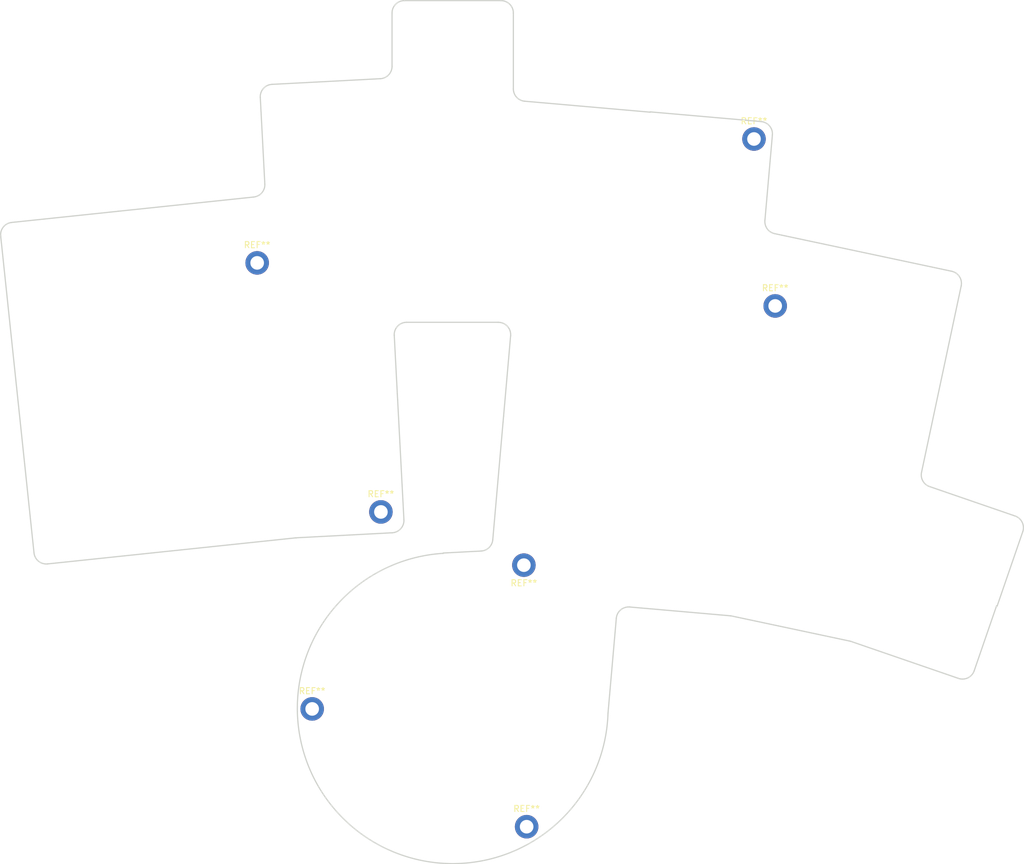
<source format=kicad_pcb>
(kicad_pcb (version 20211014) (generator pcbnew)
  (title_block (title "skyline_pcb") (rev "v1.0.0") (company "Unknown"))
  (layers (0 "F.Cu" signal) (31 "B.Cu" signal) (34 "B.Paste" user) (35 "F.Paste" user) (36 "B.SilkS" user "B.Silkscreen") (37 "F.SilkS" user "F.Silkscreen") (38 "B.Mask" user) (39 "F.Mask" user) (44 "Edge.Cuts" user))
  (net 0 "")
  (footprint "MountingHole:MountingHole_2.2mm_M2_DIN965_Pad_TopBottom" (layer "F.Cu") (at 124.015222 232.757363)
    (fp_text reference "REF**" (at 0 -2.9) (layer "F.SilkS"))
    (fp_text value "MountingHole_2.2mm_M2_DIN965_Pad_TopBottom")
    (pad "1" connect circle (at 0 0) (size 3.8 3.8) (layers "B.Cu" "B.Mask"))
    (pad "1" connect circle (at 0 0) (size 3.8 3.8) (layers "F.Cu" "F.Mask"))
    (pad "1" thru_hole circle (at 0 0) (size 2.6 2.6) (drill 2.2) (layers *.Cu *.Mask))
  )
  (footprint "MountingHole:MountingHole_2.2mm_M2_DIN965_Pad_TopBottom" (layer "F.Cu") (at 158.663673 251.794974)
    (fp_text reference "REF**" (at 0 -2.9) (layer "F.SilkS"))
    (fp_text value "MountingHole_2.2mm_M2_DIN965_Pad_TopBottom")
    (pad "1" connect circle (at 0 0) (size 3.8 3.8) (layers "B.Cu" "B.Mask"))
    (pad "1" connect circle (at 0 0) (size 3.8 3.8) (layers "F.Cu" "F.Mask"))
    (pad "1" thru_hole circle (at 0 0) (size 2.6 2.6) (drill 2.2) (layers *.Cu *.Mask))
  )
  (footprint "MountingHole:MountingHole_2.2mm_M2_DIN965_Pad_TopBottom" (layer "F.Cu") (at 115.129124 160.655677)
    (fp_text reference "REF**" (at 0 -2.9) (layer "F.SilkS"))
    (fp_text value "MountingHole_2.2mm_M2_DIN965_Pad_TopBottom")
    (pad "1" connect circle (at 0 0) (size 3.8 3.8) (layers "F.Cu" "F.Mask"))
    (pad "1" thru_hole circle (at 0 0) (size 2.6 2.6) (drill 2.2) (layers *.Cu *.Mask))
    (pad "1" connect circle (at 0 0) (size 3.8 3.8) (layers "B.Cu" "B.Mask"))
  )
  (footprint "MountingHole:MountingHole_2.2mm_M2_DIN965_Pad_TopBottom" (layer "F.Cu") (at 198.819124 167.615677)
    (fp_text reference "REF**" (at 0 -2.9) (layer "F.SilkS"))
    (fp_text value "MountingHole_2.2mm_M2_DIN965_Pad_TopBottom")
    (pad "1" thru_hole circle (at 0 0) (size 2.6 2.6) (drill 2.2) (layers *.Cu *.Mask))
    (pad "1" connect circle (at 0 0) (size 3.8 3.8) (layers "B.Cu" "B.Mask"))
    (pad "1" connect circle (at 0 0) (size 3.8 3.8) (layers "F.Cu" "F.Mask"))
  )
  (footprint "MountingHole:MountingHole_2.2mm_M2_DIN965_Pad_TopBottom" (layer "F.Cu") (at 158.219124 209.515677 180)
    (fp_text reference "REF**" (at 0 -2.9) (layer "F.SilkS"))
    (fp_text value "MountingHole_2.2mm_M2_DIN965_Pad_TopBottom")
    (pad "1" thru_hole circle (at 0 0 180) (size 2.6 2.6) (drill 2.2) (layers *.Cu *.Mask))
    (pad "1" connect circle (at 0 0 180) (size 3.8 3.8) (layers "B.Cu" "B.Mask"))
    (pad "1" connect circle (at 0 0 180) (size 3.8 3.8) (layers "F.Cu" "F.Mask"))
  )
  (footprint "MountingHole:MountingHole_2.2mm_M2_DIN965_Pad_TopBottom" (layer "F.Cu") (at 195.39384 140.631989)
    (fp_text reference "REF**" (at 0 -2.9) (layer "F.SilkS"))
    (fp_text value "MountingHole_2.2mm_M2_DIN965_Pad_TopBottom")
    (pad "1" connect circle (at 0 0) (size 3.8 3.8) (layers "F.Cu" "F.Mask"))
    (pad "1" thru_hole circle (at 0 0) (size 2.6 2.6) (drill 2.2) (layers *.Cu *.Mask))
    (pad "1" connect circle (at 0 0) (size 3.8 3.8) (layers "B.Cu" "B.Mask"))
  )
  (footprint "MountingHole:MountingHole_2.2mm_M2_DIN965_Pad_TopBottom" (layer "F.Cu") (at 135.119124 200.915677)
    (fp_text reference "REF**" (at 0 -2.9) (layer "F.SilkS"))
    (fp_text value "MountingHole_2.2mm_M2_DIN965_Pad_TopBottom")
    (pad "1" thru_hole circle (at 0 0) (size 2.6 2.6) (drill 2.2) (layers *.Cu *.Mask))
    (pad "1" connect circle (at 0 0) (size 3.8 3.8) (layers "F.Cu" "F.Mask"))
    (pad "1" connect circle (at 0 0) (size 3.8 3.8) (layers "B.Cu" "B.Mask"))
  )
  (gr_arc (start 154.083504 170.26237) (mid 155.558034 170.911212) (end 156.075894 172.436681) (layer "Edge.Cuts") (width 0.2))
  (gr_arc (start 115.63258 133.901817) (mid 116.143548 132.458884) (end 117.525167 131.799886) (layer "Edge.Cuts") (width 0.2))
  (gr_line (start 136.919124 128.885563) (end 136.919124 120.26237) (layer "Edge.Cuts") (width 0.2))
  (gr_line (start 234.676163 216.12189) (end 238.810879 204.113804) (layer "Edge.Cuts") (width 0.2))
  (gr_line (start 237.570978 201.571631) (end 223.76513 196.817896) (layer "Edge.Cuts") (width 0.2))
  (gr_arc (start 196.547363 137.81517) (mid 197.905117 138.521992) (end 198.365441 139.981871) (layer "Edge.Cuts") (width 0.2))
  (gr_arc (start 81.275355 209.315763) (mid 79.807682 208.880997) (end 79.077255 207.535776) (layer "Edge.Cuts") (width 0.2))
  (gr_line (start 156.519124 132.530681) (end 156.519124 120.26237) (layer "Edge.Cuts") (width 0.2))
  (gr_arc (start 154.519124 118.26237) (mid 155.933394 118.848121) (end 156.519124 120.26237) (layer "Edge.Cuts") (width 0.2))
  (gr_line (start 230.967805 226.58459) (end 234.581612 216.089333) (layer "Edge.Cuts") (width 0.2))
  (gr_line (start 139.272614 170.26237) (end 154.083504 170.26237) (layer "Edge.Cuts") (width 0.2))
  (gr_line (start 75.474025 154.119798) (end 92.679254 152.311455) (layer "Edge.Cuts") (width 0.2))
  (gr_arc (start 137.275355 172.367042) (mid 137.821853 170.885636) (end 139.272614 170.26237) (layer "Edge.Cuts") (width 0.2))
  (gr_line (start 191.566753 217.69123) (end 210.861601 221.792476) (layer "Edge.Cuts") (width 0.2))
  (gr_arc (start 227.323863 162.008755) (mid 228.58538 162.875757) (end 228.864335 164.380874) (layer "Edge.Cuts") (width 0.2))
  (gr_arc (start 116.367032 147.916002) (mid 115.890574 149.319562) (end 114.57883 150.009717) (layer "Edge.Cuts") (width 0.2))
  (gr_arc (start 210.861601 221.792476) (mid 210.980254 221.821511) (end 211.096914 221.857734) (layer "Edge.Cuts") (width 0.2))
  (gr_arc (start 230.967805 226.58459) (mid 229.953508 227.731057) (end 228.425631 227.824491) (layer "Edge.Cuts") (width 0.2))
  (gr_arc (start 171.804615 233.515658) (mid 129.208524 250.645376) (end 145.19851 207.608473) (layer "Edge.Cuts") (width 0.2))
  (gr_line (start 81.275355 209.315763) (end 98.480584 207.507421) (layer "Edge.Cuts") (width 0.2))
  (gr_line (start 117.525167 131.799886) (end 135.023796 130.882822) (layer "Edge.Cuts") (width 0.2))
  (gr_line (start 178.615859 136.246367) (end 196.547363 137.81517) (layer "Edge.Cuts") (width 0.2))
  (gr_line (start 115.63258 133.901817) (end 116.367032 147.916001) (layer "Edge.Cuts") (width 0.2))
  (gr_line (start 175.317033 216.28342) (end 191.56555 217.704981) (layer "Edge.Cuts") (width 0.2))
  (gr_line (start 154.94 185.42) (end 156.075894 172.436681) (layer "Edge.Cuts") (width 0.2))
  (gr_line (start 234.581612 216.089333) (end 234.676163 216.12189) (layer "Edge.Cuts") (width 0.2))
  (gr_line (start 137.275355 172.367042) (end 137.770181 181.808879) (layer "Edge.Cuts") (width 0.2))
  (gr_line (start 197.156427 153.800972) (end 198.365441 139.981871) (layer "Edge.Cuts") (width 0.2))
  (gr_line (start 137.822517 182.807509) (end 138.837834 202.180922) (layer "Edge.Cuts") (width 0.2))
  (gr_arc (start 223.76513 196.817896) (mid 222.675522 195.911726) (end 222.459972 194.511036) (layer "Edge.Cuts") (width 0.2))
  (gr_line (start 137.770181 181.808879) (end 137.822517 182.807509) (layer "Edge.Cuts") (width 0.2))
  (gr_line (start 92.679255 152.311455) (end 114.57883 150.009717) (layer "Edge.Cuts") (width 0.2))
  (gr_line (start 138.919124 118.26237) (end 154.519124 118.26237) (layer "Edge.Cuts") (width 0.2))
  (gr_line (start 178.611501 136.296176) (end 178.615859 136.246367) (layer "Edge.Cuts") (width 0.2))
  (gr_line (start 153.190835 205.413054) (end 154.852845 186.416195) (layer "Edge.Cuts") (width 0.2))
  (gr_arc (start 138.837834 202.180922) (mid 138.32688 203.623868) (end 136.945247 204.282853) (layer "Edge.Cuts") (width 0.2))
  (gr_line (start 211.096914 221.857735) (end 228.425631 227.824491) (layer "Edge.Cuts") (width 0.2))
  (gr_line (start 98.480584 207.507421) (end 121.36591 205.102076) (layer "Edge.Cuts") (width 0.2))
  (gr_arc (start 136.919124 128.885563) (mid 136.369871 130.262289) (end 135.023796 130.882822) (layer "Edge.Cuts") (width 0.2))
  (gr_line (start 171.81107 233.409338) (end 173.150333 218.101498) (layer "Edge.Cuts") (width 0.2))
  (gr_arc (start 171.804616 233.515658) (mid 171.807135 233.462455) (end 171.81107 233.409338) (layer "Edge.Cuts") (width 0.2))
  (gr_arc (start 136.919124 120.26237) (mid 137.504906 118.848171) (end 138.919124 118.26237) (layer "Edge.Cuts") (width 0.2))
  (gr_arc (start 237.570978 201.571631) (mid 238.717406 202.585942) (end 238.810879 204.113804) (layer "Edge.Cuts") (width 0.2))
  (gr_line (start 151.303117 207.236002) (end 145.195764 207.556074) (layer "Edge.Cuts") (width 0.2))
  (gr_arc (start 173.150332 218.101498) (mid 173.857155 216.743737) (end 175.317033 216.28342) (layer "Edge.Cuts") (width 0.2))
  (gr_line (start 191.566753 217.69123) (end 191.56555 217.704981) (layer "Edge.Cuts") (width 0.2))
  (gr_arc (start 198.732993 155.931578) (mid 197.541077 155.164946) (end 197.156427 153.800972) (layer "Edge.Cuts") (width 0.2))
  (gr_arc (start 153.190835 205.413054) (mid 152.587763 206.677427) (end 151.303117 207.236002) (layer "Edge.Cuts") (width 0.2))
  (gr_line (start 121.470295 205.093861) (end 136.945247 204.282853) (layer "Edge.Cuts") (width 0.2))
  (gr_line (start 158.344812 134.523071) (end 178.611501 136.296176) (layer "Edge.Cuts") (width 0.2))
  (gr_line (start 222.459972 194.511036) (end 228.864335 164.380874) (layer "Edge.Cuts") (width 0.2))
  (gr_line (start 198.732993 155.931578) (end 227.323863 162.008755) (layer "Edge.Cuts") (width 0.2))
  (gr_line (start 145.195764 207.556074) (end 145.19851 207.608473) (layer "Edge.Cuts") (width 0.2))
  (gr_arc (start 158.344812 134.523071) (mid 157.044556 133.881863) (end 156.519124 132.530681) (layer "Edge.Cuts") (width 0.2))
  (gr_arc (start 121.36591 205.102076) (mid 121.418049 205.097285) (end 121.470295 205.093861) (layer "Edge.Cuts") (width 0.2))
  (gr_line (start 154.852845 186.416195) (end 154.94 185.42) (layer "Edge.Cuts") (width 0.2))
  (gr_line (start 73.694039 156.317899) (end 79.077255 207.535776) (layer "Edge.Cuts") (width 0.2))
  (gr_arc (start 73.694039 156.317899) (mid 74.128788 154.850187) (end 75.474026 154.119798) (layer "Edge.Cuts") (width 0.2))
)
</source>
